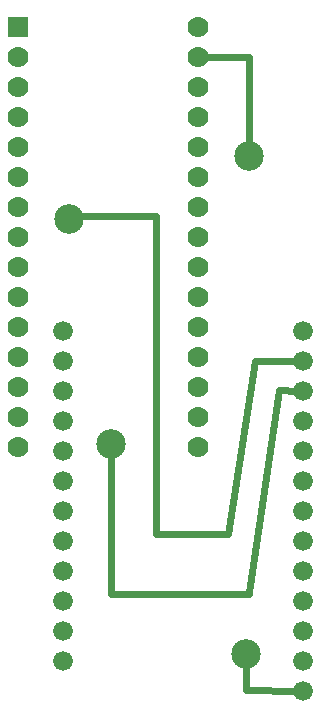
<source format=gbl>
G04 MADE WITH FRITZING*
G04 WWW.FRITZING.ORG*
G04 DOUBLE SIDED*
G04 HOLES PLATED*
G04 CONTOUR ON CENTER OF CONTOUR VECTOR*
%ASAXBY*%
%FSLAX23Y23*%
%MOIN*%
%OFA0B0*%
%SFA1.0B1.0*%
%ADD10C,0.098425*%
%ADD11C,0.070000*%
%ADD12C,0.066000*%
%ADD13R,0.069972X0.070000*%
%ADD14C,0.024000*%
%ADD15R,0.001000X0.001000*%
%LNCOPPER0*%
G90*
G70*
G54D10*
X224Y1634D03*
X364Y884D03*
X814Y184D03*
X824Y1844D03*
G54D11*
X54Y2274D03*
X54Y2174D03*
X54Y2074D03*
X54Y1974D03*
X54Y1874D03*
X54Y1774D03*
X54Y1674D03*
X54Y1574D03*
X54Y1474D03*
X54Y1374D03*
X54Y1274D03*
X54Y1174D03*
X54Y1074D03*
X54Y974D03*
X54Y874D03*
X654Y2274D03*
X654Y2174D03*
X654Y2074D03*
X654Y1974D03*
X654Y1874D03*
X654Y1774D03*
X654Y1674D03*
X654Y1574D03*
X654Y1474D03*
X654Y1374D03*
X654Y1274D03*
X654Y1174D03*
X654Y1074D03*
X654Y974D03*
X654Y874D03*
G54D12*
X1004Y62D03*
X1004Y162D03*
X204Y162D03*
X204Y262D03*
X204Y362D03*
X204Y462D03*
X204Y562D03*
X204Y662D03*
X204Y762D03*
X204Y862D03*
X204Y962D03*
X204Y1062D03*
X204Y1162D03*
X204Y1262D03*
X1004Y362D03*
X1004Y562D03*
X1004Y262D03*
X1004Y762D03*
X1004Y462D03*
X1004Y962D03*
X1004Y662D03*
X1004Y1162D03*
X1004Y862D03*
X1004Y1062D03*
X1004Y1262D03*
G54D13*
X54Y2274D03*
G54D14*
X364Y385D02*
X824Y385D01*
D02*
X364Y855D02*
X364Y385D01*
D02*
X824Y385D02*
X823Y393D01*
D02*
X823Y393D02*
X923Y1064D01*
D02*
X923Y1064D02*
X984Y1063D01*
D02*
X223Y1646D02*
X221Y1664D01*
D02*
X844Y1163D02*
X754Y585D01*
D02*
X513Y585D02*
X513Y1646D01*
D02*
X754Y585D02*
X513Y585D01*
D02*
X513Y1646D02*
X223Y1646D01*
D02*
X984Y1162D02*
X844Y1163D01*
D02*
X812Y65D02*
X984Y62D01*
D02*
X814Y155D02*
X812Y65D01*
D02*
X824Y1874D02*
X822Y2174D01*
D02*
X822Y2174D02*
X672Y2174D01*
G54D15*
D02*
G04 End of Copper0*
M02*
</source>
